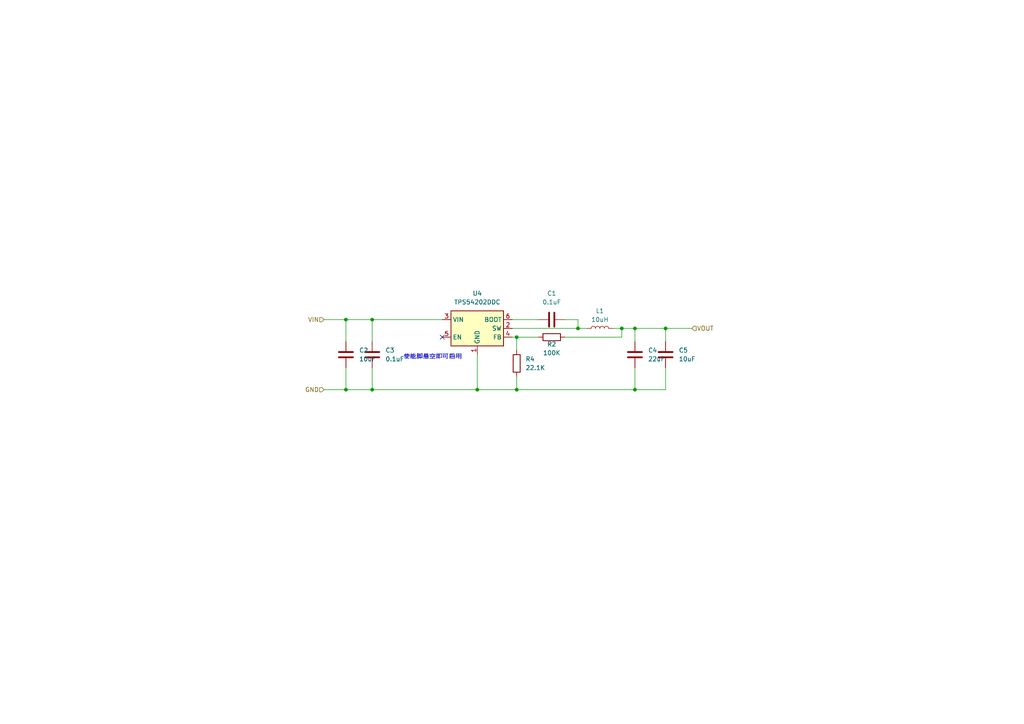
<source format=kicad_sch>
(kicad_sch (version 20231120) (generator "eeschema") (generator_version "8.0")
  (paper "A4")
  (lib_symbols
    (symbol "Device:C" (pin_numbers hide) (pin_names (offset 0.254))
      (property "Reference" "C" (at 0.635 2.54 0))
      (property "Value" "C" (at 0.635 -2.54 0))
      (symbol "C_0_1"
        (polyline (pts (xy -2.032 -0.762) (xy 2.032 -0.762)) (stroke (width 0.508)))
        (polyline (pts (xy -2.032 0.762) (xy 2.032 0.762)) (stroke (width 0.508)))
      )
      (symbol "C_1_1"
        (pin passive line (at 0 3.81 270) (length 2.794) (name "~") (number "1"))
        (pin passive line (at 0 -3.81 90) (length 2.794) (name "~") (number "2"))
      )
    )
    (symbol "Device:L" (pin_numbers hide) (pin_names (offset 1.016) hide)
      (property "Reference" "L" (at -1.27 0 90))
      (property "Value" "L" (at 1.905 0 90))
      (symbol "L_0_1"
        (arc (start 0 -2.54) (mid 0.6323 -1.905) (end 0 -1.27))
        (arc (start 0 -1.27) (mid 0.6323 -0.635) (end 0 0))
        (arc (start 0 0) (mid 0.6323 0.635) (end 0 1.27))
        (arc (start 0 1.27) (mid 0.6323 1.905) (end 0 2.54))
      )
      (symbol "L_1_1"
        (pin passive line (at 0 3.81 270) (length 1.27) (name "1") (number "1"))
        (pin passive line (at 0 -3.81 90) (length 1.27) (name "2") (number "2"))
      )
    )
    (symbol "Device:R" (pin_numbers hide) (pin_names (offset 0))
      (property "Reference" "R" (at 2.032 0 90))
      (property "Value" "R" (at 0 0 90))
      (symbol "R_0_1"
        (rectangle (start -1.016 -2.54) (end 1.016 2.54) (stroke (width 0.254)))
      )
      (symbol "R_1_1"
        (pin passive line (at 0 3.81 270) (length 1.27) (name "~") (number "1"))
        (pin passive line (at 0 -3.81 90) (length 1.27) (name "~") (number "2"))
      )
    )
    (symbol "Regulator_Switching:TPS54202DDC"
      (property "Reference" "U" (at -7.62 6.35 0))
      (property "Value" "TPS54202DDC" (at 0 6.35 0))
      (symbol "TPS54202DDC_0_1"
        (rectangle (start -7.62 5.08) (end 7.62 -5.08) (stroke (width 0.254)) (fill (type background)))
      )
      (symbol "TPS54202DDC_1_1"
        (pin power_in line (at 0 -7.62 90) (length 2.54) (name "GND") (number "1"))
        (pin power_out line (at 10.16 0 180) (length 2.54) (name "SW") (number "2"))
        (pin power_in line (at -10.16 2.54 0) (length 2.54) (name "VIN") (number "3"))
        (pin input line (at 10.16 -2.54 180) (length 2.54) (name "FB") (number "4"))
        (pin input line (at -10.16 -2.54 0) (length 2.54) (name "EN") (number "5"))
        (pin passive line (at 10.16 2.54 180) (length 2.54) (name "BOOT") (number "6"))
      )
    )
  )
  (junction (at 100.33 113.03))
  (junction (at 180.34 95.25))
  (junction (at 184.15 113.03))
  (junction (at 107.95 92.71))
  (junction (at 149.86 113.03))
  (junction (at 184.15 95.25))
  (junction (at 193.04 95.25))
  (junction (at 167.64 95.25))
  (junction (at 149.86 97.79))
  (junction (at 138.43 113.03))
  (junction (at 100.33 92.71))
  (junction (at 107.95 113.03))
  (no_connect (at 128.27 97.79))
  (wire (pts (xy 184.15 95.25) (xy 193.04 95.25)))
  (wire (pts (xy 107.95 106.68) (xy 107.95 113.03)))
  (wire (pts (xy 184.15 95.25) (xy 180.34 95.25)))
  (wire (pts (xy 149.86 109.22) (xy 149.86 113.03)))
  (wire (pts (xy 193.04 113.03) (xy 184.15 113.03)))
  (wire (pts (xy 149.86 113.03) (xy 184.15 113.03)))
  (wire (pts (xy 180.34 97.79) (xy 180.34 95.25)))
  (wire (pts (xy 100.33 92.71) (xy 100.33 99.06)))
  (wire (pts (xy 167.64 95.25) (xy 170.18 95.25)))
  (wire (pts (xy 184.15 99.06) (xy 184.15 95.25)))
  (wire (pts (xy 180.34 95.25) (xy 177.8 95.25)))
  (wire (pts (xy 138.43 102.87) (xy 138.43 113.03)))
  (wire (pts (xy 107.95 92.71) (xy 128.27 92.71)))
  (wire (pts (xy 193.04 95.25) (xy 193.04 99.06)))
  (wire (pts (xy 149.86 113.03) (xy 138.43 113.03)))
  (wire (pts (xy 149.86 97.79) (xy 149.86 101.6)))
  (wire (pts (xy 193.04 106.68) (xy 193.04 113.03)))
  (wire (pts (xy 167.64 92.71) (xy 167.64 95.25)))
  (wire (pts (xy 100.33 106.68) (xy 100.33 113.03)))
  (wire (pts (xy 100.33 92.71) (xy 107.95 92.71)))
  (wire (pts (xy 107.95 92.71) (xy 107.95 99.06)))
  (wire (pts (xy 163.83 97.79) (xy 180.34 97.79)))
  (wire (pts (xy 184.15 106.68) (xy 184.15 113.03)))
  (wire (pts (xy 93.98 113.03) (xy 100.33 113.03)))
  (wire (pts (xy 107.95 113.03) (xy 138.43 113.03)))
  (wire (pts (xy 149.86 97.79) (xy 156.21 97.79)))
  (wire (pts (xy 193.04 95.25) (xy 200.66 95.25)))
  (wire (pts (xy 100.33 113.03) (xy 107.95 113.03)))
  (wire (pts (xy 148.59 95.25) (xy 167.64 95.25)))
  (wire (pts (xy 93.98 92.71) (xy 100.33 92.71)))
  (wire (pts (xy 148.59 92.71) (xy 156.21 92.71)))
  (wire (pts (xy 163.83 92.71) (xy 167.64 92.71)))
  (wire (pts (xy 148.59 97.79) (xy 149.86 97.79)))
  (text "使能脚悬空即可启用" (at 125.476 103.632 0) (effects (font (size 1.27 1.27))))
  (hierarchical_label "VOUT" (shape input) (at 200.66 95.25 0))
  (hierarchical_label "VIN" (shape input) (at 93.98 92.71 180))
  (hierarchical_label "GND" (shape input) (at 93.98 113.03 180))
  (symbol (lib_id "Device:L") (at 173.99 95.25 90) (unit 1)
    (property "Reference" "L1" (at 173.99 90.17 90))
    (property "Value" "10uH" (at 173.99 92.71 90))
    (property "Footprint" "Inductor_SMD:L_Abracon_ASPI-3012S" (effects (hide yes)))
    (property "Description" "Inductor" (effects (hide yes)))
  )
  (symbol (lib_id "Device:C") (at 184.15 102.87 0) (unit 1)
    (property "Reference" "C4" (at 187.96 101.5999 0) (effects (justify left)))
    (property "Value" "22uF" (at 187.96 104.1399 0) (effects (justify left)))
    (property "Footprint" "Capacitor_SMD:C_0603_1608Metric" (effects (hide yes)))
    (property "Description" "Unpolarized capacitor" (effects (hide yes)))
  )
  (symbol (lib_id "Regulator_Switching:TPS54202DDC") (at 138.43 95.25 0) (unit 1)
    (property "Reference" "U4" (at 138.43 85.09 0))
    (property "Value" "TPS54202DDC" (at 138.43 87.63 0))
    (property "Footprint" "Package_TO_SOT_SMD:SOT-23-6" (effects (hide yes)))
    (property "Datasheet" "http://www.ti.com/lit/ds/symlink/tps54202.pdf" (effects (hide yes)))
    (property "Description" "2A, 4.5 to 28V Input, EMI Friendly integrated switch synchronous step-down regulator, pulse-skipping, SOT-23-6" (effects (hide yes)))
  )
  (symbol (lib_id "Device:R") (at 149.86 105.41 180) (unit 1)
    (property "Reference" "R4" (at 152.4 104.1399 0) (effects (justify right)))
    (property "Value" "22.1K" (at 152.4 106.6799 0) (effects (justify right)))
    (property "Footprint" "Resistor_SMD:R_0603_1608Metric" (effects (hide yes)))
    (property "Description" "Resistor" (effects (hide yes)))
  )
  (symbol (lib_id "Device:C") (at 193.04 102.87 0) (unit 1)
    (property "Reference" "C5" (at 196.85 101.5999 0) (effects (justify left)))
    (property "Value" "10uF" (at 196.85 104.1399 0) (effects (justify left)))
    (property "Footprint" "Capacitor_SMD:C_0603_1608Metric" (effects (hide yes)))
    (property "Description" "Unpolarized capacitor" (effects (hide yes)))
  )
  (symbol (lib_id "Device:C") (at 160.02 92.71 90) (unit 1)
    (property "Reference" "C1" (at 160.02 85.09 90))
    (property "Value" "0.1uF" (at 160.02 87.63 90))
    (property "Footprint" "Capacitor_SMD:C_0603_1608Metric" (effects (hide yes)))
    (property "Description" "Unpolarized capacitor" (effects (hide yes)))
  )
  (symbol (lib_id "Device:C") (at 100.33 102.87 0) (unit 1)
    (property "Reference" "C2" (at 104.14 101.5999 0) (effects (justify left)))
    (property "Value" "10uF" (at 104.14 104.1399 0) (effects (justify left)))
    (property "Footprint" "Capacitor_SMD:C_0603_1608Metric" (effects (hide yes)))
    (property "Description" "Unpolarized capacitor" (effects (hide yes)))
  )
  (symbol (lib_id "Device:C") (at 107.95 102.87 0) (unit 1)
    (property "Reference" "C3" (at 111.76 101.5999 0) (effects (justify left)))
    (property "Value" "0.1uF" (at 111.76 104.1399 0) (effects (justify left)))
    (property "Footprint" "Capacitor_SMD:C_0603_1608Metric" (effects (hide yes)))
    (property "Description" "Unpolarized capacitor" (effects (hide yes)))
  )
  (symbol (lib_id "Device:R") (at 160.02 97.79 90) (unit 1)
    (property "Reference" "R2" (at 160.02 99.822 90))
    (property "Value" "100K" (at 160.02 102.362 90))
    (property "Footprint" "Resistor_SMD:R_0603_1608Metric" (effects (hide yes)))
    (property "Description" "Resistor" (effects (hide yes)))
  )
)
</source>
